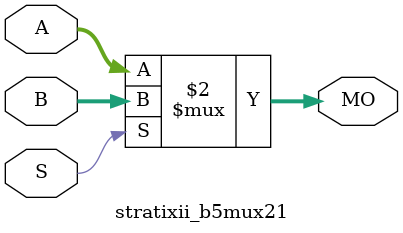
<source format=v>
module stratixii_b5mux21 (MO, A, B, S);
   input [4:0] A, B;
   input       S;
   output [4:0] MO; 
   assign MO = (S == 1) ? B : A; 
endmodule
</source>
